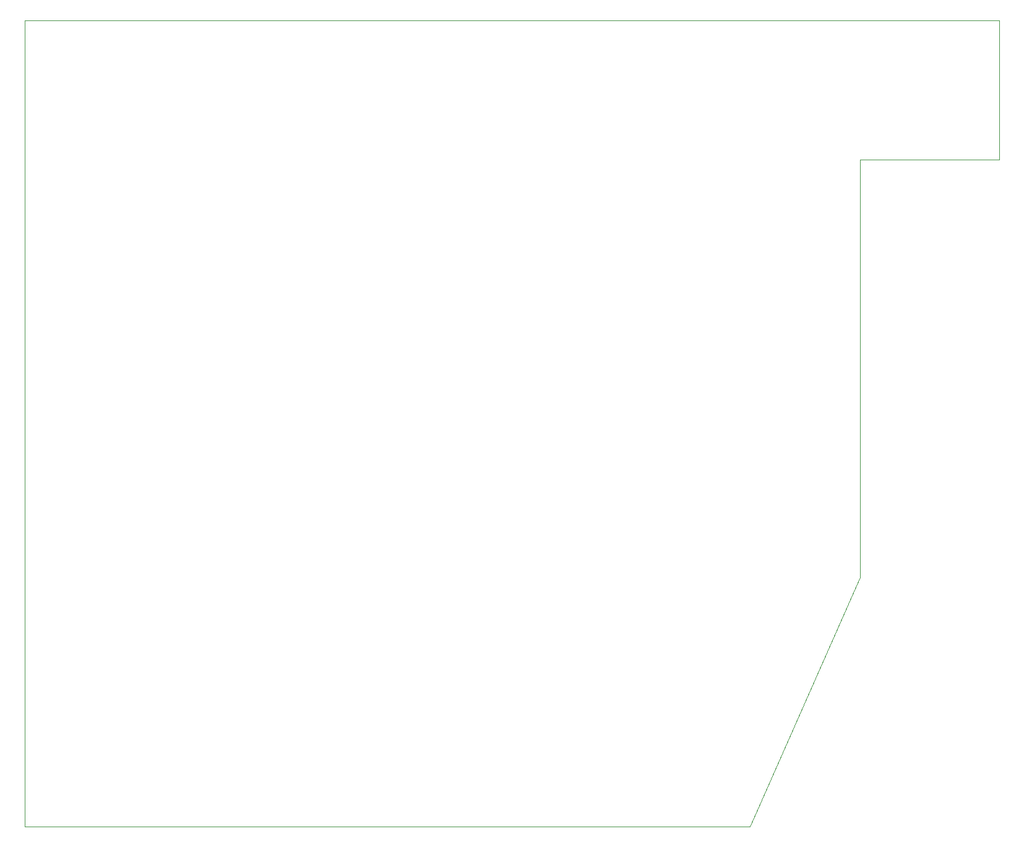
<source format=gbr>
G04 #@! TF.GenerationSoftware,KiCad,Pcbnew,(5.1.4)-1*
G04 #@! TF.CreationDate,2022-03-13T20:27:42-07:00*
G04 #@! TF.ProjectId,Dweebs-Macro-Mini,44776565-6273-42d4-9d61-63726f2d4d69,rev?*
G04 #@! TF.SameCoordinates,Original*
G04 #@! TF.FileFunction,Paste,Top*
G04 #@! TF.FilePolarity,Positive*
%FSLAX46Y46*%
G04 Gerber Fmt 4.6, Leading zero omitted, Abs format (unit mm)*
G04 Created by KiCad (PCBNEW (5.1.4)-1) date 2022-03-13 20:27:42*
%MOMM*%
%LPD*%
G04 APERTURE LIST*
%ADD10C,0.050000*%
G04 APERTURE END LIST*
D10*
X73772884Y-150018562D02*
X73818750Y-39687500D01*
X173037500Y-150018750D02*
X188118750Y-115887500D01*
X169068750Y-150018750D02*
X173037500Y-150018750D01*
X169068750Y-150018750D02*
X73772884Y-150018562D01*
X188118750Y-58737500D02*
X188118750Y-115887500D01*
X207168750Y-58737500D02*
X188118750Y-58737500D01*
X207168750Y-39687500D02*
X207168750Y-58737500D01*
X73818750Y-39687500D02*
X207168750Y-39687500D01*
M02*

</source>
